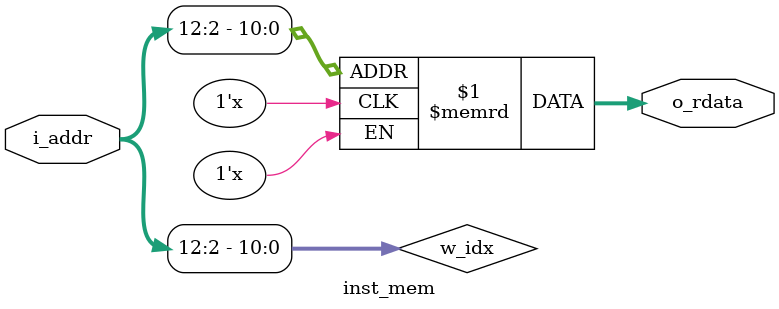
<source format=sv>
module inst_mem #(
  parameter int unsigned BYTES = 8192  // 8 KiB = 2048 words
)(
  input  logic [31:0] i_addr,          // byte address từ PC
  output logic [31:0] o_rdata          // 1 chu kỳ "gần như" async (UNREG)
);
  // Số word và độ rộng địa chỉ
  localparam int unsigned WORDS = BYTES/4;
  localparam int unsigned ADDRW = (WORDS <= 1) ? 1 : $clog2(WORDS);

  // Word index từ byte address (bỏ 2 LSB). Nếu WORDS không là lũy thừa 2,
  // phần cao hơn tự bị cắt — hợp lệ vì ROM không vượt kích thước BYTES.
  wire [ADDRW-1:0] w_idx = i_addr[ADDRW+1:2];

  // === ROM array + init-file attribute cho Quartus ===
  // Chọn một trong hai dòng attribute, cái nào cũng được (để lại cả hai cũng ok)
  (* ram_init_file = "isa_4b.hex" *)
  logic [31:0] rom [0:WORDS-1];
  // logic [31:0] rom [0:WORDS-1];  // synthesis ram_init_file = "isa_4b.hex"

`ifndef SYNTHESIS
  // Cho mô phỏng: vẫn $readmemh để chạy trên simulator
  initial begin
    $display("[IMEM] init from isa_4b.hex, WORDS=%0d", WORDS);
    $readmemh("isa_4b.hex", rom);
  end
`endif

  // Đọc ROM (unregistered) — Quartus sẽ infer M4K ROM.
  assign o_rdata = rom[w_idx];

endmodule

</source>
